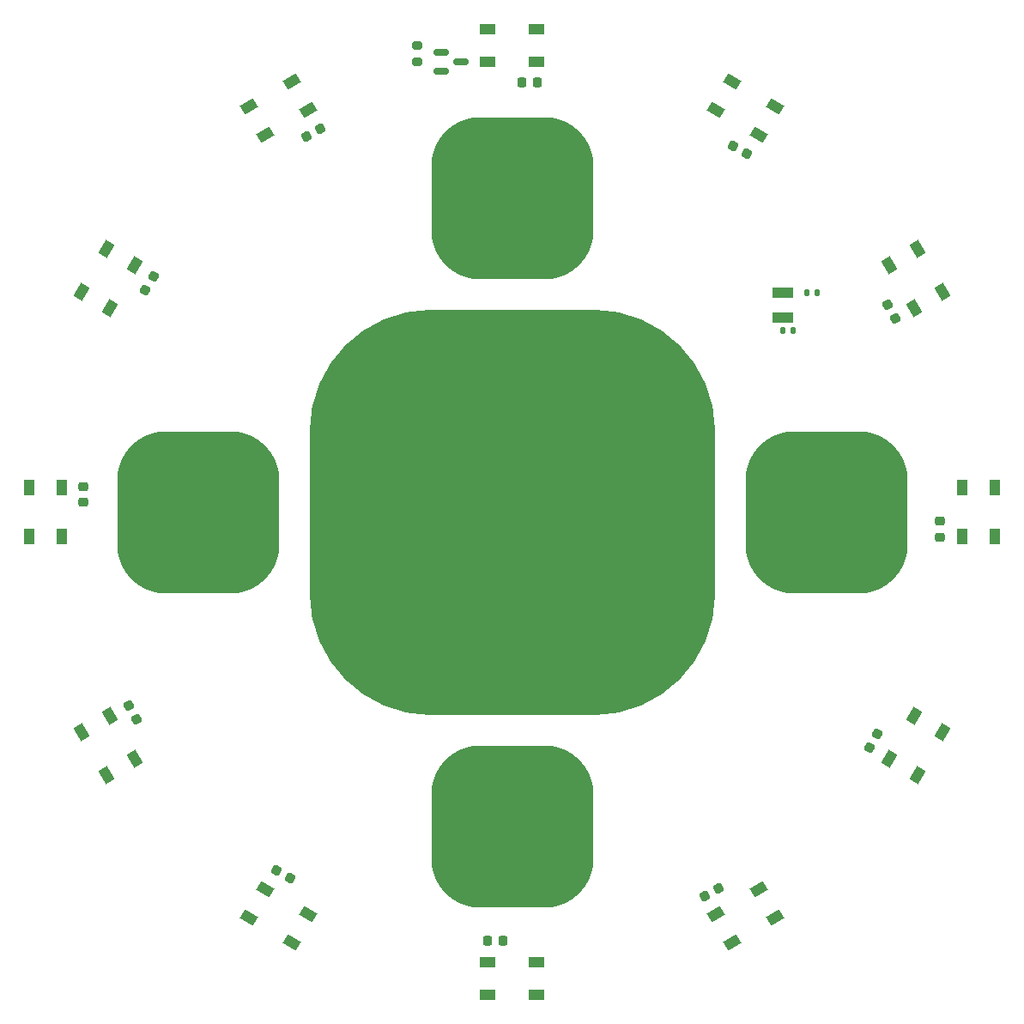
<source format=gtp>
G04 #@! TF.GenerationSoftware,KiCad,Pcbnew,6.0.11-2627ca5db0~126~ubuntu20.04.1*
G04 #@! TF.CreationDate,2023-04-28T08:06:44+02:00*
G04 #@! TF.ProjectId,Semafor_top,53656d61-666f-4725-9f74-6f702e6b6963,rev?*
G04 #@! TF.SameCoordinates,Original*
G04 #@! TF.FileFunction,Paste,Top*
G04 #@! TF.FilePolarity,Positive*
%FSLAX46Y46*%
G04 Gerber Fmt 4.6, Leading zero omitted, Abs format (unit mm)*
G04 Created by KiCad (PCBNEW 6.0.11-2627ca5db0~126~ubuntu20.04.1) date 2023-04-28 08:06:44*
%MOMM*%
%LPD*%
G01*
G04 APERTURE LIST*
G04 Aperture macros list*
%AMRoundRect*
0 Rectangle with rounded corners*
0 $1 Rounding radius*
0 $2 $3 $4 $5 $6 $7 $8 $9 X,Y pos of 4 corners*
0 Add a 4 corners polygon primitive as box body*
4,1,4,$2,$3,$4,$5,$6,$7,$8,$9,$2,$3,0*
0 Add four circle primitives for the rounded corners*
1,1,$1+$1,$2,$3*
1,1,$1+$1,$4,$5*
1,1,$1+$1,$6,$7*
1,1,$1+$1,$8,$9*
0 Add four rect primitives between the rounded corners*
20,1,$1+$1,$2,$3,$4,$5,0*
20,1,$1+$1,$4,$5,$6,$7,0*
20,1,$1+$1,$6,$7,$8,$9,0*
20,1,$1+$1,$8,$9,$2,$3,0*%
%AMRotRect*
0 Rectangle, with rotation*
0 The origin of the aperture is its center*
0 $1 length*
0 $2 width*
0 $3 Rotation angle, in degrees counterclockwise*
0 Add horizontal line*
21,1,$1,$2,0,0,$3*%
G04 Aperture macros list end*
%ADD10R,1.000000X1.500000*%
%ADD11RoundRect,0.135000X-0.135000X-0.185000X0.135000X-0.185000X0.135000X0.185000X-0.135000X0.185000X0*%
%ADD12RoundRect,0.200000X-0.275000X0.200000X-0.275000X-0.200000X0.275000X-0.200000X0.275000X0.200000X0*%
%ADD13RotRect,1.500000X1.000000X210.000000*%
%ADD14RoundRect,0.135000X0.135000X0.185000X-0.135000X0.185000X-0.135000X-0.185000X0.135000X-0.185000X0*%
%ADD15R,1.500000X1.000000*%
%ADD16RoundRect,0.225000X-0.225000X-0.250000X0.225000X-0.250000X0.225000X0.250000X-0.225000X0.250000X0*%
%ADD17RoundRect,4.800000X-3.200000X-3.200000X3.200000X-3.200000X3.200000X3.200000X-3.200000X3.200000X0*%
%ADD18RotRect,1.500000X1.000000X330.000000*%
%ADD19RoundRect,0.225000X0.104006X-0.319856X0.329006X0.069856X-0.104006X0.319856X-0.329006X-0.069856X0*%
%ADD20RoundRect,0.225000X-0.329006X0.069856X-0.104006X-0.319856X0.329006X-0.069856X0.104006X0.319856X0*%
%ADD21RoundRect,0.225000X-0.319856X-0.104006X0.069856X-0.329006X0.319856X0.104006X-0.069856X0.329006X0*%
%ADD22RoundRect,0.225000X-0.104006X0.319856X-0.329006X-0.069856X0.104006X-0.319856X0.329006X0.069856X0*%
%ADD23RoundRect,0.225000X0.329006X-0.069856X0.104006X0.319856X-0.329006X0.069856X-0.104006X-0.319856X0*%
%ADD24RoundRect,0.225000X0.225000X0.250000X-0.225000X0.250000X-0.225000X-0.250000X0.225000X-0.250000X0*%
%ADD25RotRect,1.500000X1.000000X30.000000*%
%ADD26RoundRect,0.225000X-0.069856X-0.329006X0.319856X-0.104006X0.069856X0.329006X-0.319856X0.104006X0*%
%ADD27RotRect,1.500000X1.000000X60.000000*%
%ADD28RoundRect,0.225000X-0.250000X0.225000X-0.250000X-0.225000X0.250000X-0.225000X0.250000X0.225000X0*%
%ADD29RoundRect,0.225000X0.319856X0.104006X-0.069856X0.329006X-0.319856X-0.104006X0.069856X-0.329006X0*%
%ADD30RoundRect,0.225000X0.250000X-0.225000X0.250000X0.225000X-0.250000X0.225000X-0.250000X-0.225000X0*%
%ADD31RoundRect,0.150000X-0.587500X-0.150000X0.587500X-0.150000X0.587500X0.150000X-0.587500X0.150000X0*%
%ADD32RotRect,1.500000X1.000000X150.000000*%
%ADD33RoundRect,12.000000X-8.000000X-8.000000X8.000000X-8.000000X8.000000X8.000000X-8.000000X8.000000X0*%
%ADD34RotRect,1.500000X1.000000X120.000000*%
%ADD35RoundRect,0.225000X0.069856X0.329006X-0.319856X0.104006X-0.069856X-0.329006X0.319856X-0.104006X0*%
%ADD36R,2.100000X1.000000*%
%ADD37RotRect,1.500000X1.000000X300.000000*%
%ADD38RotRect,1.500000X1.000000X240.000000*%
G04 APERTURE END LIST*
D10*
G04 #@! TO.C,D4*
X193360000Y-101410000D03*
X196560000Y-101410000D03*
X196560000Y-96510000D03*
X193360000Y-96510000D03*
G04 #@! TD*
D11*
G04 #@! TO.C,R27*
X175650000Y-81085000D03*
X176670000Y-81085000D03*
G04 #@! TD*
D12*
G04 #@! TO.C,R4*
X139590000Y-52915000D03*
X139590000Y-54565000D03*
G04 #@! TD*
D13*
G04 #@! TO.C,D12*
X128881761Y-59283472D03*
X127281761Y-56512190D03*
X123038237Y-58962190D03*
X124638237Y-61733472D03*
G04 #@! TD*
D14*
G04 #@! TO.C,R26*
X179060000Y-77300000D03*
X178040000Y-77300000D03*
G04 #@! TD*
D15*
G04 #@! TO.C,D7*
X146510000Y-143360000D03*
X146510000Y-146560000D03*
X151410000Y-146560000D03*
X151410000Y-143360000D03*
G04 #@! TD*
D16*
G04 #@! TO.C,C24*
X146535000Y-141240000D03*
X148085000Y-141240000D03*
G04 #@! TD*
D17*
G04 #@! TO.C,BTN5_LEFT1*
X118000000Y-99000000D03*
G04 #@! TD*
G04 #@! TO.C,BTN2_UP1*
X149000000Y-68000000D03*
G04 #@! TD*
D18*
G04 #@! TO.C,D8*
X124638238Y-136186527D03*
X123038238Y-138957809D03*
X127281762Y-141407809D03*
X128881762Y-138636527D03*
G04 #@! TD*
D19*
G04 #@! TO.C,C20*
X184245000Y-122232340D03*
X185020000Y-120890000D03*
G04 #@! TD*
D17*
G04 #@! TO.C,BTN3_DOWN1*
X149000000Y-130000000D03*
G04 #@! TD*
D20*
G04 #@! TO.C,C18*
X111162500Y-118058830D03*
X111937500Y-119401170D03*
G04 #@! TD*
D21*
G04 #@! TO.C,C21*
X125718830Y-134282500D03*
X127061170Y-135057500D03*
G04 #@! TD*
D22*
G04 #@! TO.C,C19*
X113577500Y-75748830D03*
X112802500Y-77091170D03*
G04 #@! TD*
D23*
G04 #@! TO.C,C15*
X186737500Y-79831170D03*
X185962500Y-78488830D03*
G04 #@! TD*
D24*
G04 #@! TO.C,C23*
X151445000Y-56580000D03*
X149895000Y-56580000D03*
G04 #@! TD*
D25*
G04 #@! TO.C,D6*
X169038238Y-138636527D03*
X170638238Y-141407809D03*
X174881762Y-138957809D03*
X173281762Y-136186527D03*
G04 #@! TD*
D26*
G04 #@! TO.C,C11*
X167998830Y-136857500D03*
X169341170Y-136082500D03*
G04 #@! TD*
D27*
G04 #@! TO.C,D5*
X186186527Y-123281761D03*
X188957809Y-124881761D03*
X191407809Y-120638237D03*
X188636527Y-119038237D03*
G04 #@! TD*
D28*
G04 #@! TO.C,C17*
X106700000Y-96465000D03*
X106700000Y-98015000D03*
G04 #@! TD*
D29*
G04 #@! TO.C,C16*
X172141170Y-63597500D03*
X170798830Y-62822500D03*
G04 #@! TD*
D17*
G04 #@! TO.C,BTN4_RIGHT1*
X180000000Y-99000000D03*
G04 #@! TD*
D30*
G04 #@! TO.C,C22*
X191170000Y-101425000D03*
X191170000Y-99875000D03*
G04 #@! TD*
D31*
G04 #@! TO.C,Q1*
X142012500Y-53600000D03*
X142012500Y-55500000D03*
X143887500Y-54550000D03*
G04 #@! TD*
D32*
G04 #@! TO.C,D2*
X173281762Y-61733472D03*
X174881762Y-58962190D03*
X170638238Y-56512190D03*
X169038238Y-59283472D03*
G04 #@! TD*
D33*
G04 #@! TO.C,BTN1_ENTER1*
X149000000Y-99000000D03*
G04 #@! TD*
D10*
G04 #@! TO.C,D10*
X104560000Y-96510000D03*
X101360000Y-96510000D03*
X101360000Y-101410000D03*
X104560000Y-101410000D03*
G04 #@! TD*
D34*
G04 #@! TO.C,D3*
X188636527Y-78881762D03*
X191407809Y-77281762D03*
X188957809Y-73038238D03*
X186186527Y-74638238D03*
G04 #@! TD*
D35*
G04 #@! TO.C,C12*
X130041170Y-61152500D03*
X128698830Y-61927500D03*
G04 #@! TD*
D36*
G04 #@! TO.C,Q5*
X175630000Y-77290000D03*
X175630000Y-79790000D03*
G04 #@! TD*
D15*
G04 #@! TO.C,D1*
X151410000Y-54560000D03*
X151410000Y-51360000D03*
X146510000Y-51360000D03*
X146510000Y-54560000D03*
G04 #@! TD*
D37*
G04 #@! TO.C,D9*
X109283472Y-119038238D03*
X106512190Y-120638238D03*
X108962190Y-124881762D03*
X111733472Y-123281762D03*
G04 #@! TD*
D38*
G04 #@! TO.C,D11*
X111733472Y-74638238D03*
X108962190Y-73038238D03*
X106512190Y-77281762D03*
X109283472Y-78881762D03*
G04 #@! TD*
M02*

</source>
